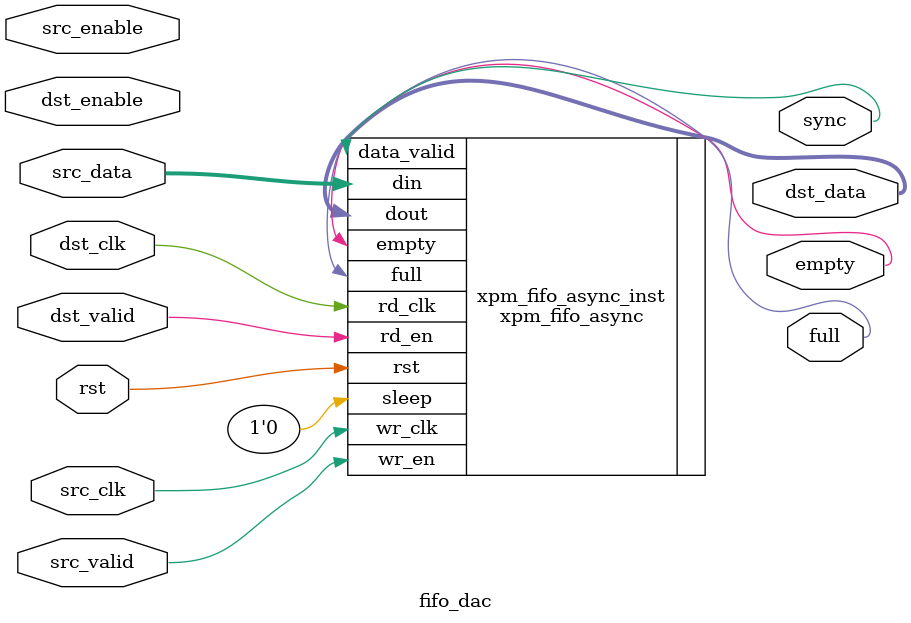
<source format=v>
`timescale 1ns / 1ps


module fifo_dac
(
    src_clk,
    dst_clk,
    
    rst,
    // input
    src_valid,
    src_enable,
    src_data,
    // outputs 
    dst_valid,
    dst_enable,
    dst_data,
    sync,
    empty,
    full
    
    );
    
    parameter WW = 16;
    parameter DW = 64;
    parameter DD = 512;
    input src_clk;
    input dst_clk;
    
    input rst;
    // input
    input src_valid;
    input src_enable;
    input [WW-1:0] src_data;
    
    // output 
    input dst_valid;
    input dst_enable;
    output [DW-1:0] dst_data;
    output sync;
    output full, empty;
     
    
      xpm_fifo_async #(
      .FIFO_MEMORY_TYPE("block"), // String
      .FIFO_READ_LATENCY(1),      // DECIMAL
      .FIFO_WRITE_DEPTH(DD),      // DECIMAL
      .READ_DATA_WIDTH(DW),       // DECIMAL
      .USE_ADV_FEATURES("1000"),
      .WRITE_DATA_WIDTH(WW)       // DECIMAL
   )
   xpm_fifo_async_inst (
      .data_valid(sync),
      .dout(dst_data),                   
      .din(src_data),                    
      .rd_clk(dst_clk),               
      .rd_en(dst_valid),                 
      .rst(rst),   
      .empty(empty), 
      .full(full),                 
      .sleep(1'b0),                 
      .wr_clk(src_clk),               
      .wr_en(src_valid)                  
   );
endmodule

</source>
